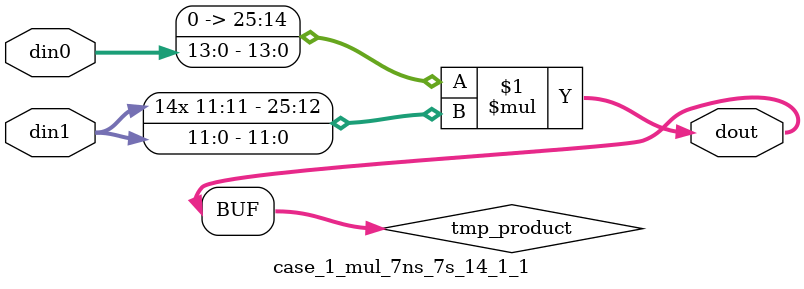
<source format=v>

`timescale 1 ns / 1 ps

 (* use_dsp = "no" *)  module case_1_mul_7ns_7s_14_1_1(din0, din1, dout);
parameter ID = 1;
parameter NUM_STAGE = 0;
parameter din0_WIDTH = 14;
parameter din1_WIDTH = 12;
parameter dout_WIDTH = 26;

input [din0_WIDTH - 1 : 0] din0; 
input [din1_WIDTH - 1 : 0] din1; 
output [dout_WIDTH - 1 : 0] dout;

wire signed [dout_WIDTH - 1 : 0] tmp_product;

























assign tmp_product = $signed({1'b0, din0}) * $signed(din1);










assign dout = tmp_product;





















endmodule

</source>
